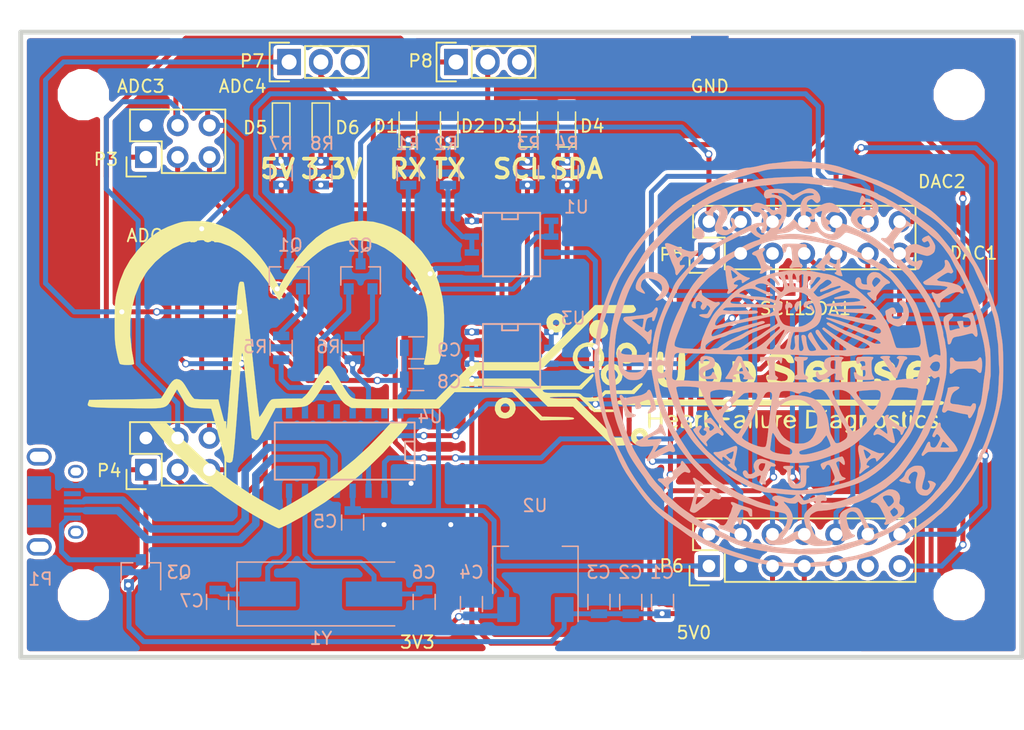
<source format=kicad_pcb>
(kicad_pcb (version 4) (host pcbnew 4.0.6-e0-6349~52~ubuntu17.04.1)
  (title_block (title "Backplane for UppSense") (date 2017-06-20) (rev 1.0) (company "Uppsala University"))
  (layers (0 F.Cu signal) (31 B.Cu signal) (34 B.Paste user) (35 F.Paste user) (36 B.SilkS user) (37 F.SilkS user) (38 B.Mask user) (39 F.Mask user) (44 Edge.Cuts user))
  (net 0 "")
  (net 1 GND)
  (net 2 ADC1)
  (net 3 ADC2)
  (net 4 DAC1)
  (net 5 ADC3)
  (net 6 DAC2)
  (net 7 GPIO1)
  (net 8 GPIO2)
  (net 9 I2C_SCL)
  (net 10 GPIO3)
  (net 11 I2C_SDA)
  (net 12 GPIO4)
  (net 13 UART_TX)
  (net 14 5V)
  (net 15 ADC4)
  (net 16 GPIO0)
  (net 17 UART_RX)
  (net 18 nRST)
  (net 19 3.3V)
  (net 20 "Net-(C6-Pad1)")
  (net 21 "Net-(C7-Pad1)")
  (net 22 LED_5V)
  (net 23 "Net-(D5-Pad2)")
  (net 24 "Net-(D6-Pad2)")
  (net 25 D-)
  (net 26 D+)
  (net 27 LED_3.3V)
  (net 28 "Net-(Q1-Pad1)")
  (net 29 RTS)
  (net 30 "Net-(Q2-Pad1)")
  (net 31 DTR)
  (net 32 "Net-(R1-Pad2)")
  (net 33 "Net-(R2-Pad2)")
  (net 34 "Net-(R3-Pad2)")
  (net 35 "Net-(R4-Pad2)")
  (net 36 "Net-(P1-Pad1)")
  (net 37 "Net-(D1-Pad1)")
  (net 38 "Net-(D2-Pad1)")
  (net 39 "Net-(D3-Pad1)")
  (net 40 "Net-(D4-Pad1)")
  (module myVias:Stitchging-Via-0.4-0.7 (layer F.Cu) (at 148.844 105.612)
    (fp_text reference REF** hide)
    (fp_text value Stitching-Via-0.5-0.7)
    (pad "" thru_hole circle (at 0 0) (size 0.7 0.7) (drill 0.4) (layers *.Cu) (net 1 GND))
  )
  (module myVias:Stitchging-Via-0.4-0.7 (layer F.Cu) (at 143.51 105.612)
    (fp_text reference REF** hide)
    (fp_text value Stitching-Via-0.5-0.7)
    (pad "" thru_hole circle (at 0 0) (size 0.7 0.7) (drill 0.4) (layers *.Cu) (net 1 GND))
  )
  (module EuroBoard_Outline:EuroBoard_viertel_Type-I_80mmX50mm_holes (layer F.Cu) (at 114.476 116.222)
    (fp_text reference REF** hide)
    (fp_text value EuroBoard_viertel_Type-I_80mmX50mm_holes)
    (fp_line (start 0 0) (end 0 -49.9999) (layer Edge.Cuts) (width 0.381))
    (fp_line (start 0 -49.9999) (end 79.99984 -49.9999) (layer Edge.Cuts) (width 0.381))
    (fp_line (start 79.99984 -49.9999) (end 79.99984 0) (layer Edge.Cuts) (width 0.381))
    (fp_line (start 79.99984 0) (end 0 0) (layer Edge.Cuts) (width 0.381))
    (pad "" np_thru_hole circle (at 5.00126 -5.00126) (size 3.50012 3.50012) (drill 3.50012) (layers *.Cu *.Mask))
    (pad "" np_thru_hole circle (at 5.00126 -45.00118) (size 3.50012 3.50012) (drill 3.50012) (layers *.Cu *.Mask))
    (pad "" np_thru_hole circle (at 75.00112 -45.00118) (size 3.50012 3.50012) (drill 3.50012) (layers *.Cu *.Mask))
    (pad "" np_thru_hole circle (at 75.00112 -5.00126) (size 3.50012 3.50012) (drill 3.50012) (layers *.Cu *.Mask))
  )
  (module myTestPoints:TP_SMD_quadr_1mm (layer F.Cu) (at 184.912 78.18)
    (fp_text reference DAC2 (at 3.175 0) (layer F.SilkS))
    (fp_text value TEST)
    (pad 1 smd rect (at 0 0) (size 1 1) (layers F.Cu F.Paste F.Mask) (net 6 DAC2))
  )
  (module myTestPoints:TP_SMD_quadr_3mm (layer F.Cu) (at 169.545 68.02)
    (fp_text reference GND1 hide)
    (fp_text value TEST)
    (pad 1 smd rect (at 0 0) (size 3 3) (layers F.Cu F.Paste F.Mask) (net 1 GND))
  )
  (module Pin_Headers:Pin_Header_Straight_2x03 (layer F.Cu) (at 124.476 76.222 90)
    (fp_text reference P3 (at -0.18 -3.191 180) (layer F.SilkS))
    (fp_text value CONN_02X03)
    (pad 1 thru_hole rect (at 0 0 90) (size 1.7272 1.7272) (drill 1.016) (layers *.Cu *.Mask) (net 14 5V))
    (pad 2 thru_hole oval (at 2.54 0 90) (size 1.7272 1.7272) (drill 1.016) (layers *.Cu *.Mask) (net 1 GND))
    (pad 3 thru_hole oval (at 0 2.54 90) (size 1.7272 1.7272) (drill 1.016) (layers *.Cu *.Mask) (net 2 ADC1))
    (pad 4 thru_hole oval (at 2.54 2.54 90) (size 1.7272 1.7272) (drill 1.016) (layers *.Cu *.Mask) (net 5 ADC3))
    (pad 5 thru_hole oval (at 0 5.08 90) (size 1.7272 1.7272) (drill 1.016) (layers *.Cu *.Mask) (net 3 ADC2))
    (pad 6 thru_hole oval (at 2.54 5.08 90) (size 1.7272 1.7272) (drill 1.016) (layers *.Cu *.Mask) (net 15 ADC4))
  )
  (module Pin_Headers:Pin_Header_Straight_2x03 (layer F.Cu) (at 124.476 101.222 90)
    (fp_text reference P4 (at -0.072 -2.937 180) (layer F.SilkS))
    (fp_text value CONN_02X03)
    (pad 1 thru_hole rect (at 0 0 90) (size 1.7272 1.7272) (drill 1.016) (layers *.Cu *.Mask) (net 14 5V))
    (pad 2 thru_hole oval (at 2.54 0 90) (size 1.7272 1.7272) (drill 1.016) (layers *.Cu *.Mask) (net 1 GND))
    (pad 3 thru_hole oval (at 0 2.54 90) (size 1.7272 1.7272) (drill 1.016) (layers *.Cu *.Mask) (net 2 ADC1))
    (pad 4 thru_hole oval (at 2.54 2.54 90) (size 1.7272 1.7272) (drill 1.016) (layers *.Cu *.Mask) (net 5 ADC3))
    (pad 5 thru_hole oval (at 0 5.08 90) (size 1.7272 1.7272) (drill 1.016) (layers *.Cu *.Mask) (net 3 ADC2))
    (pad 6 thru_hole oval (at 2.54 5.08 90) (size 1.7272 1.7272) (drill 1.016) (layers *.Cu *.Mask) (net 15 ADC4))
  )
  (module Pin_Headers:Pin_Header_Straight_2x07 (layer F.Cu) (at 169.476 83.922 90)
    (fp_text reference P5 (at -0.1 -2.979 180) (layer F.SilkS))
    (fp_text value CONN_02X07)
    (pad 1 thru_hole rect (at 0 0 90) (size 1.7272 1.7272) (drill 1.016) (layers *.Cu *.Mask) (net 19 3.3V))
    (pad 2 thru_hole oval (at 2.54 0 90) (size 1.7272 1.7272) (drill 1.016) (layers *.Cu *.Mask) (net 16 GPIO0))
    (pad 3 thru_hole oval (at 0 2.54 90) (size 1.7272 1.7272) (drill 1.016) (layers *.Cu *.Mask) (net 1 GND))
    (pad 4 thru_hole oval (at 2.54 2.54 90) (size 1.7272 1.7272) (drill 1.016) (layers *.Cu *.Mask) (net 7 GPIO1))
    (pad 5 thru_hole oval (at 0 5.08 90) (size 1.7272 1.7272) (drill 1.016) (layers *.Cu *.Mask) (net 9 I2C_SCL))
    (pad 6 thru_hole oval (at 2.54 5.08 90) (size 1.7272 1.7272) (drill 1.016) (layers *.Cu *.Mask) (net 8 GPIO2))
    (pad 7 thru_hole oval (at 0 7.62 90) (size 1.7272 1.7272) (drill 1.016) (layers *.Cu *.Mask) (net 11 I2C_SDA))
    (pad 8 thru_hole oval (at 2.54 7.62 90) (size 1.7272 1.7272) (drill 1.016) (layers *.Cu *.Mask) (net 10 GPIO3))
    (pad 9 thru_hole oval (at 0 10.16 90) (size 1.7272 1.7272) (drill 1.016) (layers *.Cu *.Mask) (net 13 UART_TX))
    (pad 10 thru_hole oval (at 2.54 10.16 90) (size 1.7272 1.7272) (drill 1.016) (layers *.Cu *.Mask) (net 12 GPIO4))
    (pad 11 thru_hole oval (at 0 12.7 90) (size 1.7272 1.7272) (drill 1.016) (layers *.Cu *.Mask) (net 17 UART_RX))
    (pad 12 thru_hole oval (at 2.54 12.7 90) (size 1.7272 1.7272) (drill 1.016) (layers *.Cu *.Mask) (net 18 nRST))
    (pad 13 thru_hole oval (at 0 15.24 90) (size 1.7272 1.7272) (drill 1.016) (layers *.Cu *.Mask) (net 4 DAC1))
    (pad 14 thru_hole oval (at 2.54 15.24 90) (size 1.7272 1.7272) (drill 1.016) (layers *.Cu *.Mask) (net 6 DAC2))
  )
  (module Pin_Headers:Pin_Header_Straight_2x07 (layer F.Cu) (at 169.476 108.922 90)
    (fp_text reference P6 (at 0.008 -2.979 180) (layer F.SilkS))
    (fp_text value CONN_02X07)
    (pad 1 thru_hole rect (at 0 0 90) (size 1.7272 1.7272) (drill 1.016) (layers *.Cu *.Mask) (net 19 3.3V))
    (pad 2 thru_hole oval (at 2.54 0 90) (size 1.7272 1.7272) (drill 1.016) (layers *.Cu *.Mask))
    (pad 3 thru_hole oval (at 0 2.54 90) (size 1.7272 1.7272) (drill 1.016) (layers *.Cu *.Mask) (net 1 GND))
    (pad 4 thru_hole oval (at 2.54 2.54 90) (size 1.7272 1.7272) (drill 1.016) (layers *.Cu *.Mask) (net 7 GPIO1))
    (pad 5 thru_hole oval (at 0 5.08 90) (size 1.7272 1.7272) (drill 1.016) (layers *.Cu *.Mask) (net 9 I2C_SCL))
    (pad 6 thru_hole oval (at 2.54 5.08 90) (size 1.7272 1.7272) (drill 1.016) (layers *.Cu *.Mask) (net 8 GPIO2))
    (pad 7 thru_hole oval (at 0 7.62 90) (size 1.7272 1.7272) (drill 1.016) (layers *.Cu *.Mask) (net 11 I2C_SDA))
    (pad 8 thru_hole oval (at 2.54 7.62 90) (size 1.7272 1.7272) (drill 1.016) (layers *.Cu *.Mask) (net 10 GPIO3))
    (pad 9 thru_hole oval (at 0 10.16 90) (size 1.7272 1.7272) (drill 1.016) (layers *.Cu *.Mask))
    (pad 10 thru_hole oval (at 2.54 10.16 90) (size 1.7272 1.7272) (drill 1.016) (layers *.Cu *.Mask) (net 12 GPIO4))
    (pad 11 thru_hole oval (at 0 12.7 90) (size 1.7272 1.7272) (drill 1.016) (layers *.Cu *.Mask))
    (pad 12 thru_hole oval (at 2.54 12.7 90) (size 1.7272 1.7272) (drill 1.016) (layers *.Cu *.Mask))
    (pad 13 thru_hole oval (at 0 15.24 90) (size 1.7272 1.7272) (drill 1.016) (layers *.Cu *.Mask) (net 4 DAC1))
    (pad 14 thru_hole oval (at 2.54 15.24 90) (size 1.7272 1.7272) (drill 1.016) (layers *.Cu *.Mask) (net 6 DAC2))
  )
  (module SMD_Packages:SO-16-N (layer B.Cu) (at 140.366 99.727 180)
    (fp_text reference U4 (at -6.827 2.751 180) (layer B.SilkS) (effects (justify mirror)))
    (fp_text value CH340G)
    (pad 16 smd rect (at -4.445 3.175 180) (size 0.508 1.143) (layers B.Cu B.Paste B.Mask) (net 19 3.3V))
    (pad 14 smd rect (at -1.905 3.175 180) (size 0.508 1.143) (layers B.Cu B.Paste B.Mask) (net 29 RTS))
    (pad 13 smd rect (at -0.635 3.175 180) (size 0.508 1.143) (layers B.Cu B.Paste B.Mask) (net 31 DTR))
    (pad 12 smd rect (at 0.635 3.175 180) (size 0.508 1.143) (layers B.Cu B.Paste B.Mask))
    (pad 11 smd rect (at 1.905 3.175 180) (size 0.508 1.143) (layers B.Cu B.Paste B.Mask))
    (pad 10 smd rect (at 3.175 3.175 180) (size 0.508 1.143) (layers B.Cu B.Paste B.Mask))
    (pad 9 smd rect (at 4.445 3.175 180) (size 0.508 1.143) (layers B.Cu B.Paste B.Mask))
    (pad 8 smd rect (at 4.445 -3.175 180) (size 0.508 1.143) (layers B.Cu B.Paste B.Mask) (net 21 "Net-(C7-Pad1)"))
    (pad 7 smd rect (at 3.175 -3.175 180) (size 0.508 1.143) (layers B.Cu B.Paste B.Mask) (net 20 "Net-(C6-Pad1)"))
    (pad 6 smd rect (at 1.905 -3.175 180) (size 0.508 1.143) (layers B.Cu B.Paste B.Mask) (net 25 D-))
    (pad 5 smd rect (at 0.635 -3.175 180) (size 0.508 1.143) (layers B.Cu B.Paste B.Mask) (net 26 D+))
    (pad 4 smd rect (at -0.635 -3.175 180) (size 0.508 1.143) (layers B.Cu B.Paste B.Mask) (net 19 3.3V))
    (pad 3 smd rect (at -1.905 -3.175 180) (size 0.508 1.143) (layers B.Cu B.Paste B.Mask) (net 17 UART_RX))
    (pad 2 smd rect (at -3.175 -3.175 180) (size 0.508 1.143) (layers B.Cu B.Paste B.Mask) (net 13 UART_TX))
    (pad 1 smd rect (at -4.445 -3.175 180) (size 0.508 1.143) (layers B.Cu B.Paste B.Mask) (net 1 GND))
    (pad 15 smd rect (at -3.175 3.175 180) (size 0.508 1.143) (layers B.Cu B.Paste B.Mask))
  )
  (module Resistors_SMD:R_0805 (layer B.Cu) (at 165.766 111.792 90)
    (fp_text reference C1 (at 2.37 -0.031 180) (layer B.SilkS) (effects (justify mirror)))
    (fp_text value 10u)
    (pad 1 smd rect (at -0.95 0 90) (size 0.7 1.3) (layers B.Cu B.Paste B.Mask) (net 14 5V))
    (pad 2 smd rect (at 0.95 0 90) (size 0.7 1.3) (layers B.Cu B.Paste B.Mask) (net 1 GND))
  )
  (module Resistors_SMD:R_0805 (layer B.Cu) (at 163.226 111.792 90)
    (fp_text reference C2 (at 2.37 -0.031 180) (layer B.SilkS) (effects (justify mirror)))
    (fp_text value 1u)
    (pad 1 smd rect (at -0.95 0 90) (size 0.7 1.3) (layers B.Cu B.Paste B.Mask) (net 14 5V))
    (pad 2 smd rect (at 0.95 0 90) (size 0.7 1.3) (layers B.Cu B.Paste B.Mask) (net 1 GND))
  )
  (module Resistors_SMD:R_0805 (layer B.Cu) (at 160.686 111.792 90)
    (fp_text reference C3 (at 2.37 -0.031 180) (layer B.SilkS) (effects (justify mirror)))
    (fp_text value 100n)
    (pad 1 smd rect (at -0.95 0 90) (size 0.7 1.3) (layers B.Cu B.Paste B.Mask) (net 14 5V))
    (pad 2 smd rect (at 0.95 0 90) (size 0.7 1.3) (layers B.Cu B.Paste B.Mask) (net 1 GND))
  )
  (module Resistors_SMD:R_0805 (layer B.Cu) (at 150.495 111.962 90)
    (fp_text reference C4 (at 2.54 0 180) (layer B.SilkS) (effects (justify mirror)))
    (fp_text value 1u)
    (pad 1 smd rect (at -0.95 0 90) (size 0.7 1.3) (layers B.Cu B.Paste B.Mask) (net 19 3.3V))
    (pad 2 smd rect (at 0.95 0 90) (size 0.7 1.3) (layers B.Cu B.Paste B.Mask) (net 1 GND))
  )
  (module Resistors_SMD:R_0805 (layer B.Cu) (at 141.001 105.442 270)
    (fp_text reference C5 (at -0.084 2.19 360) (layer B.SilkS) (effects (justify mirror)))
    (fp_text value 100n)
    (pad 1 smd rect (at -0.95 0 270) (size 0.7 1.3) (layers B.Cu B.Paste B.Mask) (net 19 3.3V))
    (pad 2 smd rect (at 0.95 0 270) (size 0.7 1.3) (layers B.Cu B.Paste B.Mask) (net 1 GND))
  )
  (module Resistors_SMD:R_0805 (layer B.Cu) (at 146.716 111.792 270)
    (fp_text reference C6 (at -2.37 0.031 360) (layer B.SilkS) (effects (justify mirror)))
    (fp_text value 22p)
    (pad 1 smd rect (at -0.95 0 270) (size 0.7 1.3) (layers B.Cu B.Paste B.Mask) (net 20 "Net-(C6-Pad1)"))
    (pad 2 smd rect (at 0.95 0 270) (size 0.7 1.3) (layers B.Cu B.Paste B.Mask) (net 1 GND))
  )
  (module Resistors_SMD:R_0805 (layer B.Cu) (at 130.206 111.792 270)
    (fp_text reference C7 (at -0.084 2.063 360) (layer B.SilkS) (effects (justify mirror)))
    (fp_text value 22p)
    (pad 1 smd rect (at -0.95 0 270) (size 0.7 1.3) (layers B.Cu B.Paste B.Mask) (net 21 "Net-(C7-Pad1)"))
    (pad 2 smd rect (at 0.95 0 270) (size 0.7 1.3) (layers B.Cu B.Paste B.Mask) (net 1 GND))
  )
  (module Resistors_SMD:R_0805 (layer B.Cu) (at 146.081 94.012)
    (fp_text reference C8 (at 2.636 0.17) (layer B.SilkS) (effects (justify mirror)))
    (fp_text value 1u)
    (pad 1 smd rect (at -0.95 0) (size 0.7 1.3) (layers B.Cu B.Paste B.Mask) (net 19 3.3V))
    (pad 2 smd rect (at 0.95 0) (size 0.7 1.3) (layers B.Cu B.Paste B.Mask) (net 1 GND))
  )
  (module Resistors_SMD:R_0805 (layer B.Cu) (at 146.081 91.472)
    (fp_text reference C9 (at 2.636 0.17) (layer B.SilkS) (effects (justify mirror)))
    (fp_text value 100n)
    (pad 1 smd rect (at -0.95 0) (size 0.7 1.3) (layers B.Cu B.Paste B.Mask) (net 19 3.3V))
    (pad 2 smd rect (at 0.95 0) (size 0.7 1.3) (layers B.Cu B.Paste B.Mask) (net 1 GND))
  )
  (module LEDs:LED_0805 (layer F.Cu) (at 145.415 73.608 90)
    (fp_text reference D1 (at -0.127 -1.778 180) (layer F.SilkS))
    (fp_text value LED)
    (pad 2 smd rect (at 1.1 0 270) (size 1.2 1.2) (layers F.Cu F.Paste F.Mask) (net 22 LED_5V))
    (pad 1 smd rect (at -1.1 0 270) (size 1.2 1.2) (layers F.Cu F.Paste F.Mask) (net 37 "Net-(D1-Pad1)"))
  )
  (module LEDs:LED_0805 (layer F.Cu) (at 148.717 73.608 90)
    (fp_text reference D2 (at -0.127 1.905 180) (layer F.SilkS))
    (fp_text value LED)
    (pad 2 smd rect (at 1.1 0 270) (size 1.2 1.2) (layers F.Cu F.Paste F.Mask) (net 22 LED_5V))
    (pad 1 smd rect (at -1.1 0 270) (size 1.2 1.2) (layers F.Cu F.Paste F.Mask) (net 38 "Net-(D2-Pad1)"))
  )
  (module LEDs:LED_0805 (layer F.Cu) (at 155.067 73.608 90)
    (fp_text reference D3 (at -0.127 -1.905 180) (layer F.SilkS))
    (fp_text value LED)
    (pad 2 smd rect (at 1.1 0 270) (size 1.2 1.2) (layers F.Cu F.Paste F.Mask) (net 22 LED_5V))
    (pad 1 smd rect (at -1.1 0 270) (size 1.2 1.2) (layers F.Cu F.Paste F.Mask) (net 39 "Net-(D3-Pad1)"))
  )
  (module LEDs:LED_0805 (layer F.Cu) (at 158.115 73.608 90)
    (fp_text reference D4 (at -0.127 2.032 180) (layer F.SilkS))
    (fp_text value LED)
    (pad 2 smd rect (at 1.1 0 270) (size 1.2 1.2) (layers F.Cu F.Paste F.Mask) (net 22 LED_5V))
    (pad 1 smd rect (at -1.1 0 270) (size 1.2 1.2) (layers F.Cu F.Paste F.Mask) (net 40 "Net-(D4-Pad1)"))
  )
  (module LEDs:LED_0805 (layer F.Cu) (at 135.286 73.692 270)
    (fp_text reference D5 (at 0.17 2.063 360) (layer F.SilkS))
    (fp_text value LED)
    (pad 2 smd rect (at 1.1 0 90) (size 1.2 1.2) (layers F.Cu F.Paste F.Mask) (net 23 "Net-(D5-Pad2)"))
    (pad 1 smd rect (at -1.1 0 90) (size 1.2 1.2) (layers F.Cu F.Paste F.Mask) (net 1 GND))
  )
  (module LEDs:LED_0805 (layer F.Cu) (at 138.461 73.692 270)
    (fp_text reference D6 (at 0.17 -2.128 360) (layer F.SilkS))
    (fp_text value LED)
    (pad 2 smd rect (at 1.1 0 90) (size 1.2 1.2) (layers F.Cu F.Paste F.Mask) (net 24 "Net-(D6-Pad2)"))
    (pad 1 smd rect (at -1.1 0 90) (size 1.2 1.2) (layers F.Cu F.Paste F.Mask) (net 1 GND))
  )
  (module mySamtec:Samtec-PHT-1-3-01-L-S (layer F.Cu) (at 135.921 68.612 90)
    (fp_text reference P7 (at 0.084 -2.952 180) (layer F.SilkS))
    (fp_text value CONN_01X03)
    (pad 1 thru_hole rect (at 0 0 90) (size 2.1 1.9) (drill 1.2) (layers *.Cu *.Mask) (net 19 3.3V))
    (pad 2 thru_hole oval (at 0 2.54 90) (size 2.1 1.9) (drill 1.2) (layers *.Cu *.Mask) (net 27 LED_3.3V))
    (pad 3 thru_hole oval (at 0 5.08 90) (size 2.1 1.9) (drill 1.2) (layers *.Cu *.Mask))
  )
  (module mySamtec:Samtec-PHT-1-3-01-L-S (layer F.Cu) (at 149.256 68.612 90)
    (fp_text reference P8 (at 0.084 -2.825 180) (layer F.SilkS))
    (fp_text value CONN_01X03)
    (pad 1 thru_hole rect (at 0 0 90) (size 2.1 1.9) (drill 1.2) (layers *.Cu *.Mask) (net 14 5V))
    (pad 2 thru_hole oval (at 0 2.54 90) (size 2.1 1.9) (drill 1.2) (layers *.Cu *.Mask) (net 22 LED_5V))
    (pad 3 thru_hole oval (at 0 5.08 90) (size 2.1 1.9) (drill 1.2) (layers *.Cu *.Mask))
  )
  (module SOT-23 (layer B.Cu) (at 135.921 85.757 90)
    (fp_text reference Q1 (at 2.497 0.096 180) (layer B.SilkS) (effects (justify mirror)))
    (fp_text value MMBT3904)
    (pad 1 smd rect (at -1 0.95 90) (size 0.9 0.8) (layers B.Cu B.Paste B.Mask) (net 28 "Net-(Q1-Pad1)"))
    (pad 2 smd rect (at -1 -0.95 90) (size 0.9 0.8) (layers B.Cu B.Paste B.Mask) (net 29 RTS))
    (pad 3 smd rect (at 1 0 90) (size 0.9 0.8) (layers B.Cu B.Paste B.Mask) (net 18 nRST))
  )
  (module SOT-23 (layer B.Cu) (at 141.636 85.757 90)
    (fp_text reference Q2 (at 2.497 -0.031 180) (layer B.SilkS) (effects (justify mirror)))
    (fp_text value MMBT3904)
    (pad 1 smd rect (at -1 0.95 90) (size 0.9 0.8) (layers B.Cu B.Paste B.Mask) (net 30 "Net-(Q2-Pad1)"))
    (pad 2 smd rect (at -1 -0.95 90) (size 0.9 0.8) (layers B.Cu B.Paste B.Mask) (net 31 DTR))
    (pad 3 smd rect (at 1 0 90) (size 0.9 0.8) (layers B.Cu B.Paste B.Mask) (net 16 GPIO0))
  )
  (module Resistors_SMD:R_0805 (layer B.Cu) (at 145.446 77.502 270)
    (fp_text reference R1 (at -2.37 0.031 360) (layer B.SilkS) (effects (justify mirror)))
    (fp_text value 1k)
    (pad 1 smd rect (at -0.95 0 270) (size 0.7 1.3) (layers B.Cu B.Paste B.Mask) (net 37 "Net-(D1-Pad1)"))
    (pad 2 smd rect (at 0.95 0 270) (size 0.7 1.3) (layers B.Cu B.Paste B.Mask) (net 32 "Net-(R1-Pad2)"))
  )
  (module Resistors_SMD:R_0805 (layer B.Cu) (at 148.621 77.502 270)
    (fp_text reference R2 (at -2.37 0.158 360) (layer B.SilkS) (effects (justify mirror)))
    (fp_text value 1k)
    (pad 1 smd rect (at -0.95 0 270) (size 0.7 1.3) (layers B.Cu B.Paste B.Mask) (net 38 "Net-(D2-Pad1)"))
    (pad 2 smd rect (at 0.95 0 270) (size 0.7 1.3) (layers B.Cu B.Paste B.Mask) (net 33 "Net-(R2-Pad2)"))
  )
  (module Resistors_SMD:R_0805 (layer B.Cu) (at 154.971 77.502 270)
    (fp_text reference R3 (at -2.37 -0.096 360) (layer B.SilkS) (effects (justify mirror)))
    (fp_text value 1k)
    (pad 1 smd rect (at -0.95 0 270) (size 0.7 1.3) (layers B.Cu B.Paste B.Mask) (net 39 "Net-(D3-Pad1)"))
    (pad 2 smd rect (at 0.95 0 270) (size 0.7 1.3) (layers B.Cu B.Paste B.Mask) (net 34 "Net-(R3-Pad2)"))
  )
  (module Resistors_SMD:R_0805 (layer B.Cu) (at 158.146 77.502 270)
    (fp_text reference R4 (at -2.37 0.031 360) (layer B.SilkS) (effects (justify mirror)))
    (fp_text value 1k)
    (pad 1 smd rect (at -0.95 0 270) (size 0.7 1.3) (layers B.Cu B.Paste B.Mask) (net 40 "Net-(D4-Pad1)"))
    (pad 2 smd rect (at 0.95 0 270) (size 0.7 1.3) (layers B.Cu B.Paste B.Mask) (net 35 "Net-(R4-Pad2)"))
  )
  (module Resistors_SMD:R_0805 (layer B.Cu) (at 135.286 91.472 270)
    (fp_text reference R5 (at -0.084 2.063 360) (layer B.SilkS) (effects (justify mirror)))
    (fp_text value 10k)
    (pad 1 smd rect (at -0.95 0 270) (size 0.7 1.3) (layers B.Cu B.Paste B.Mask) (net 28 "Net-(Q1-Pad1)"))
    (pad 2 smd rect (at 0.95 0 270) (size 0.7 1.3) (layers B.Cu B.Paste B.Mask) (net 31 DTR))
  )
  (module Resistors_SMD:R_0805 (layer B.Cu) (at 141.001 91.472 270)
    (fp_text reference R6 (at -0.084 1.936 360) (layer B.SilkS) (effects (justify mirror)))
    (fp_text value 10k)
    (pad 1 smd rect (at -0.95 0 270) (size 0.7 1.3) (layers B.Cu B.Paste B.Mask) (net 30 "Net-(Q2-Pad1)"))
    (pad 2 smd rect (at 0.95 0 270) (size 0.7 1.3) (layers B.Cu B.Paste B.Mask) (net 29 RTS))
  )
  (module Resistors_SMD:R_0805 (layer B.Cu) (at 135.286 77.502 270)
    (fp_text reference R7 (at -2.37 0.031 360) (layer B.SilkS) (effects (justify mirror)))
    (fp_text value 1k)
    (pad 1 smd rect (at -0.95 0 270) (size 0.7 1.3) (layers B.Cu B.Paste B.Mask) (net 23 "Net-(D5-Pad2)"))
    (pad 2 smd rect (at 0.95 0 270) (size 0.7 1.3) (layers B.Cu B.Paste B.Mask) (net 22 LED_5V))
  )
  (module Resistors_SMD:R_0805 (layer B.Cu) (at 138.461 77.502 270)
    (fp_text reference R8 (at -2.37 -0.096 360) (layer B.SilkS) (effects (justify mirror)))
    (fp_text value 1k)
    (pad 1 smd rect (at -0.95 0 270) (size 0.7 1.3) (layers B.Cu B.Paste B.Mask) (net 24 "Net-(D6-Pad2)"))
    (pad 2 smd rect (at 0.95 0 270) (size 0.7 1.3) (layers B.Cu B.Paste B.Mask) (net 27 LED_3.3V))
  )
  (module SMD_Packages:SOIC-8-N (layer B.Cu) (at 153.701 83.217 270)
    (fp_text reference U1 (at -3.005 -5.176 360) (layer B.SilkS) (effects (justify mirror)))
    (fp_text value LM358)
    (pad 8 smd rect (at -1.905 3.175 270) (size 0.508 1.143) (layers B.Cu B.Paste B.Mask) (net 22 LED_5V))
    (pad 7 smd rect (at -0.635 3.175 270) (size 0.508 1.143) (layers B.Cu B.Paste B.Mask) (net 33 "Net-(R2-Pad2)"))
    (pad 6 smd rect (at 0.635 3.175 270) (size 0.508 1.143) (layers B.Cu B.Paste B.Mask) (net 33 "Net-(R2-Pad2)"))
    (pad 5 smd rect (at 1.905 3.175 270) (size 0.508 1.143) (layers B.Cu B.Paste B.Mask) (net 13 UART_TX))
    (pad 4 smd rect (at 1.905 -3.175 270) (size 0.508 1.143) (layers B.Cu B.Paste B.Mask) (net 1 GND))
    (pad 3 smd rect (at 0.635 -3.175 270) (size 0.508 1.143) (layers B.Cu B.Paste B.Mask) (net 17 UART_RX))
    (pad 2 smd rect (at -0.635 -3.175 270) (size 0.508 1.143) (layers B.Cu B.Paste B.Mask) (net 32 "Net-(R1-Pad2)"))
    (pad 1 smd rect (at -1.905 -3.175 270) (size 0.508 1.143) (layers B.Cu B.Paste B.Mask) (net 32 "Net-(R1-Pad2)"))
  )
  (module SOT-223 (layer B.Cu) (at 155.606 109.252 90)
    (fp_text reference U2 (at 5.164 -0.031 180) (layer B.SilkS) (effects (justify mirror)))
    (fp_text value TC1262-33VDB)
    (pad 4 smd rect (at 3.15 0 90) (size 2 3.8) (layers B.Cu B.Paste B.Mask) (net 1 GND))
    (pad 2 smd rect (at -3.15 0 90) (size 2 1.5) (layers B.Cu B.Paste B.Mask) (net 1 GND))
    (pad 3 smd rect (at -3.15 -2.3 90) (size 2 1.5) (layers B.Cu B.Paste B.Mask) (net 19 3.3V))
    (pad 1 smd rect (at -3.15 2.3 90) (size 2 1.5) (layers B.Cu B.Paste B.Mask) (net 14 5V))
  )
  (module SMD_Packages:SOIC-8-N (layer B.Cu) (at 153.701 92.107 270)
    (fp_text reference U3 (at -3.005 -4.922 360) (layer B.SilkS) (effects (justify mirror)))
    (fp_text value LM358)
    (pad 8 smd rect (at -1.905 3.175 270) (size 0.508 1.143) (layers B.Cu B.Paste B.Mask) (net 22 LED_5V))
    (pad 7 smd rect (at -0.635 3.175 270) (size 0.508 1.143) (layers B.Cu B.Paste B.Mask) (net 35 "Net-(R4-Pad2)"))
    (pad 6 smd rect (at 0.635 3.175 270) (size 0.508 1.143) (layers B.Cu B.Paste B.Mask) (net 35 "Net-(R4-Pad2)"))
    (pad 5 smd rect (at 1.905 3.175 270) (size 0.508 1.143) (layers B.Cu B.Paste B.Mask) (net 11 I2C_SDA))
    (pad 4 smd rect (at 1.905 -3.175 270) (size 0.508 1.143) (layers B.Cu B.Paste B.Mask) (net 1 GND))
    (pad 3 smd rect (at 0.635 -3.175 270) (size 0.508 1.143) (layers B.Cu B.Paste B.Mask) (net 9 I2C_SCL))
    (pad 2 smd rect (at -0.635 -3.175 270) (size 0.508 1.143) (layers B.Cu B.Paste B.Mask) (net 34 "Net-(R3-Pad2)"))
    (pad 1 smd rect (at -1.905 -3.175 270) (size 0.508 1.143) (layers B.Cu B.Paste B.Mask) (net 34 "Net-(R3-Pad2)"))
  )
  (module Crystals:Crystal_SMD_HC49-SD (layer B.Cu) (at 138.461 111.157)
    (fp_text reference Y1 (at 0 3.55) (layer B.SilkS) (effects (justify mirror)))
    (fp_text value Crystal)
    (pad 1 smd rect (at -4.25 0) (size 4.5 2) (layers B.Cu B.Mask) (net 21 "Net-(C7-Pad1)"))
    (pad 2 smd rect (at 4.25 0) (size 4.5 2) (layers B.Cu B.Mask) (net 20 "Net-(C6-Pad1)"))
  )
  (module "myUSB:ZX62D-B-5P8(30)" (layer B.Cu) (at 115.951 107.39 90)
    (fp_text reference P1 (at -2.583 0.096 180) (layer B.SilkS) (effects (justify mirror)))
    (fp_text value USB_B)
    (pad 5 smd rect (at 4.9 2.65 90) (size 0.4 1.35) (layers B.Cu B.Paste B.Mask) (net 1 GND))
    (pad 4 smd rect (at 4.25 2.65 90) (size 0.4 1.35) (layers B.Cu B.Paste B.Mask))
    (pad 3 smd rect (at 3.6 2.65 90) (size 0.4 1.35) (layers B.Cu B.Paste B.Mask) (net 26 D+))
    (pad 2 smd rect (at 2.95 2.65 90) (size 0.4 1.35) (layers B.Cu B.Paste B.Mask) (net 25 D-))
    (pad "" thru_hole oval (at 6.025 2.925 90) (size 1.05 1.25) (drill oval 0.65 0.85) (layers *.Cu *.Mask))
    (pad "" thru_hole oval (at 1.175 2.925 90) (size 1.05 1.25) (drill oval 0.65 0.85) (layers *.Cu *.Mask))
    (pad "" thru_hole oval (at 7.2 0 90) (size 1.4 2) (drill oval 0.825 1.5) (layers *.Cu *.Mask))
    (pad 1 smd rect (at 2.3 2.65 90) (size 0.4 1.35) (layers B.Cu B.Paste B.Mask) (net 36 "Net-(P1-Pad1)"))
    (pad "" smd rect (at 4.75 0 90) (size 1.8 1.9) (layers B.Cu B.Paste B.Mask))
    (pad "" thru_hole oval (at 0 0 90) (size 1.4 2) (drill oval 0.825 1.5) (layers *.Cu *.Mask))
    (pad "" smd rect (at 2.45 0 90) (size 1.8 1.9) (layers B.Cu B.Paste B.Mask))
  )
  (module myTestPoints:TP_SMD_quadr_1mm (layer F.Cu) (at 125.222 80.72)
    (fp_text reference ADC1 (at -0.381 1.778) (layer F.SilkS))
    (fp_text value TEST)
    (pad 1 smd rect (at 0 0) (size 1 1) (layers F.Cu F.Paste F.Mask) (net 2 ADC1))
  )
  (module myTestPoints:TP_SMD_quadr_1mm (layer F.Cu) (at 128.143 80.72)
    (fp_text reference ADC2 (at 0.762 1.778) (layer F.SilkS))
    (fp_text value TEST)
    (pad 1 smd rect (at 0 0) (size 1 1) (layers F.Cu F.Paste F.Mask) (net 3 ADC2))
  )
  (module myTestPoints:TP_SMD_quadr_1mm (layer F.Cu) (at 126.873 70.56)
    (fp_text reference ADC3 (at -2.794 0) (layer F.SilkS))
    (fp_text value TEST)
    (pad 1 smd rect (at 0 0) (size 1 1) (layers F.Cu F.Paste F.Mask) (net 5 ADC3))
  )
  (module myTestPoints:TP_SMD_quadr_1mm (layer F.Cu) (at 129.413 70.56)
    (fp_text reference ADC4 (at 2.794 0) (layer F.SilkS))
    (fp_text value TEST)
    (pad 1 smd rect (at 0 0) (size 1 1) (layers F.Cu F.Paste F.Mask) (net 15 ADC4))
  )
  (module myTestPoints:TP_SMD_quadr_1mm (layer F.Cu) (at 187.833 84.022)
    (fp_text reference DAC1 (at 2.794 -0.127) (layer F.SilkS))
    (fp_text value TEST)
    (pad 1 smd rect (at 0 0) (size 1 1) (layers F.Cu F.Paste F.Mask) (net 4 DAC1))
  )
  (module myTestPoints:TP_SMD_quadr_1mm (layer F.Cu) (at 175.895 86.816)
    (fp_text reference SCL1 (at -0.508 1.524) (layer F.SilkS))
    (fp_text value TEST)
    (pad 1 smd rect (at 0 0) (size 1 1) (layers F.Cu F.Paste F.Mask) (net 9 I2C_SCL))
  )
  (module myTestPoints:TP_SMD_quadr_1mm (layer F.Cu) (at 178.181 86.816)
    (fp_text reference SDA1 (at 0.762 1.524) (layer F.SilkS))
    (fp_text value TEST)
    (pad 1 smd rect (at 0 0) (size 1 1) (layers F.Cu F.Paste F.Mask) (net 11 I2C_SDA))
  )
  (module myTestPoints:TP_SMD_quadr_1mm (layer F.Cu) (at 168.275 112.724)
    (fp_text reference 5V0 (at 0 1.524) (layer F.SilkS))
    (fp_text value TEST)
    (pad 1 smd rect (at 0 0) (size 1 1) (layers F.Cu F.Paste F.Mask) (net 14 5V))
  )
  (module myTestPoints:TP_SMD_quadr_1mm (layer F.Cu) (at 148.209 113.74)
    (fp_text reference 3V3 (at -2.032 1.27) (layer F.SilkS))
    (fp_text value TEST)
    (pad 1 smd rect (at 0 0) (size 1 1) (layers F.Cu F.Paste F.Mask) (net 19 3.3V))
  )
  (module myTestPoints:TP_SMD_quadr_3mm (layer F.Cu) (at 169.545 68.02)
    (fp_text reference GND (at 0 2.54) (layer F.SilkS))
    (fp_text value TEST)
    (pad 1 smd rect (at 0 0) (size 3 3) (layers B.Cu F.Paste F.Mask) (net 1 GND))
  )
  (module TO_SOT_Packages_SMD:SOT-23 (layer B.Cu) (at 124.079 109.422 90)
    (fp_text reference Q3 (at 0 3.048 180) (layer B.SilkS) (effects (justify mirror)))
    (fp_text value Si2323)
    (pad 1 smd rect (at -1 0.95 90) (size 0.9 0.8) (layers B.Cu B.Paste B.Mask) (net 1 GND))
    (pad 2 smd rect (at -1 -0.95 90) (size 0.9 0.8) (layers B.Cu B.Paste B.Mask) (net 14 5V))
    (pad 3 smd rect (at 1 0 90) (size 0.9 0.8) (layers B.Cu B.Paste B.Mask) (net 36 "Net-(P1-Pad1)"))
  )
  (module myPics:uppsense_logo (layer F.Cu) (at 153.797 93.42)
    (fp_text reference G*** hide)
    (fp_text value LOGO hide)
  )
  (module myPics:uu_logo (layer B.Cu) (at 176.657 92.785 180)
    (fp_text reference G*** hide)
    (fp_text value LOGO hide)
  )
  (module myVias:Stitchging-Via-0.4-0.7 (layer F.Cu) (at 145.669 102.31)
    (fp_text reference REF** hide)
    (fp_text value Stitching-Via-0.5-0.7)
    (pad "" thru_hole circle (at 0 0) (size 0.7 0.7) (drill 0.4) (layers *.Cu) (net 1 GND))
  )
  (gr_text SDA (at 158.877 77.164) (layer F.SilkS) (effects (font (size 1.5 1.5) (thickness 0.3))))
  (gr_text SCL (at 154.305 77.164) (layer F.SilkS) (effects (font (size 1.5 1.5) (thickness 0.3))))
  (gr_text TX (at 148.717 77.164) (layer F.SilkS) (effects (font (size 1.5 1.5) (thickness 0.3))))
  (gr_text RX (at 145.415 77.164) (layer F.SilkS) (effects (font (size 1.5 1.5) (thickness 0.3))))
  (gr_text 3.3V (at 139.319 77.164) (layer F.SilkS) (effects (font (size 1.5 1.5) (thickness 0.3))))
  (gr_text 5V (at 135.001 77.164) (layer F.SilkS) (effects (font (size 1.5 1.5) (thickness 0.3))))
  (segment (start 148.621 78.391) (end 148.621 78.452) (width 0.4) (layer F.Cu) (net 0))
  (segment (start 118.601 102.49) (end 120.216 102.49) (width 0.4) (layer B.Cu) (net 1))
  (segment (start 120.216 102.49) (end 121.158 101.548) (width 0.4) (layer B.Cu) (net 1))
  (segment (start 125.222 80.72) (end 127.016 80.72) (width 0.4) (layer F.Cu) (net 2))
  (segment (start 127.016 80.72) (end 126.873 80.72) (width 0.4) (layer F.Cu) (net 2))
  (segment (start 126.873 80.72) (end 127.016 80.72) (width 0.4) (layer F.Cu) (net 2))
  (segment (start 127.016 76.222) (end 127.016 80.72) (width 0.4) (layer F.Cu) (net 2))
  (segment (start 127.016 80.72) (end 127.016 92.092) (width 0.4) (layer F.Cu) (net 2))
  (segment (start 127.016 101.998) (end 127.016 101.222) (width 0.4) (layer F.Cu) (net 2))
  (segment (start 128.174 103.156) (end 127.016 101.998) (width 0.4) (layer F.Cu) (net 2))
  (segment (start 132.492 103.156) (end 128.174 103.156) (width 0.4) (layer F.Cu) (net 2))
  (segment (start 134.016 101.632) (end 132.492 103.156) (width 0.4) (layer F.Cu) (net 2))
  (segment (start 134.016 94.647) (end 134.016 101.632) (width 0.4) (layer F.Cu) (net 2))
  (segment (start 132.111 92.742) (end 134.016 94.647) (width 0.4) (layer F.Cu) (net 2))
  (via (at 132.111 92.742) (size 0.6) (drill 0.4) (layers F.Cu B.Cu) (net 2))
  (segment (start 127.666 92.742) (end 132.111 92.742) (width 0.4) (layer B.Cu) (net 2))
  (via (at 127.666 92.742) (size 0.6) (drill 0.4) (layers F.Cu B.Cu) (net 2))
  (segment (start 127.016 92.092) (end 127.666 92.742) (width 0.4) (layer F.Cu) (net 2))
  (segment (start 128.143 80.72) (end 128.905 80.72) (width 0.4) (layer F.Cu) (net 3))
  (segment (start 128.905 80.72) (end 129.8945 79.7305) (width 0.4) (layer F.Cu) (net 3))
  (segment (start 130.841 94.012) (end 130.841 80.677) (width 0.4) (layer F.Cu) (net 3))
  (segment (start 131.886 101.222) (end 132.746 100.362) (width 0.4) (layer F.Cu) (net 3))
  (segment (start 132.746 100.362) (end 132.746 95.917) (width 0.4) (layer F.Cu) (net 3))
  (segment (start 132.746 95.917) (end 130.841 94.012) (width 0.4) (layer F.Cu) (net 3))
  (segment (start 129.556 101.222) (end 131.886 101.222) (width 0.4) (layer F.Cu) (net 3))
  (segment (start 129.556 79.392) (end 129.556 76.222) (width 0.4) (layer F.Cu) (net 3))
  (segment (start 130.841 80.677) (end 129.8945 79.7305) (width 0.4) (layer F.Cu) (net 3))
  (segment (start 129.8945 79.7305) (end 129.556 79.392) (width 0.4) (layer F.Cu) (net 3))
  (segment (start 187.833 84.022) (end 184.816 84.022) (width 0.4) (layer F.Cu) (net 4))
  (segment (start 184.816 84.022) (end 184.716 83.922) (width 0.4) (layer F.Cu) (net 4))
  (segment (start 184.716 108.922) (end 188.067 108.922) (width 0.4) (layer B.Cu) (net 4))
  (segment (start 184.716 94.801) (end 184.716 83.922) (width 0.4) (layer F.Cu) (net 4))
  (segment (start 189.769 99.854) (end 184.716 94.801) (width 0.4) (layer F.Cu) (net 4))
  (segment (start 189.769 107.22) (end 189.769 99.854) (width 0.4) (layer F.Cu) (net 4))
  (via (at 189.769 107.22) (size 0.6) (drill 0.4) (layers F.Cu B.Cu) (net 4))
  (segment (start 188.067 108.922) (end 189.769 107.22) (width 0.4) (layer B.Cu) (net 4))
  (segment (start 126.873 70.56) (end 126.873 73.539) (width 0.4) (layer F.Cu) (net 5))
  (segment (start 126.873 73.539) (end 127.016 73.682) (width 0.4) (layer F.Cu) (net 5))
  (segment (start 127.016 98.682) (end 127.016 95.902) (width 0.4) (layer B.Cu) (net 5))
  (segment (start 127.016 72.407) (end 127.016 73.682) (width 0.4) (layer B.Cu) (net 5))
  (segment (start 126.396 71.787) (end 127.016 72.407) (width 0.4) (layer B.Cu) (net 5))
  (segment (start 122.586 71.787) (end 126.396 71.787) (width 0.4) (layer B.Cu) (net 5))
  (segment (start 121.316 73.057) (end 122.586 71.787) (width 0.4) (layer B.Cu) (net 5))
  (segment (start 121.316 78.772) (end 121.316 73.057) (width 0.4) (layer B.Cu) (net 5))
  (segment (start 123.856 81.312) (end 121.316 78.772) (width 0.4) (layer B.Cu) (net 5))
  (segment (start 123.856 92.742) (end 123.856 81.312) (width 0.4) (layer B.Cu) (net 5))
  (segment (start 127.016 95.902) (end 123.856 92.742) (width 0.4) (layer B.Cu) (net 5))
  (segment (start 184.912 78.18) (end 184.912 81.186) (width 0.4) (layer F.Cu) (net 6))
  (segment (start 184.912 81.186) (end 184.716 81.382) (width 0.4) (layer F.Cu) (net 6))
  (segment (start 184.716 81.382) (end 188.569 81.382) (width 0.4) (layer F.Cu) (net 6))
  (segment (start 189.337 106.382) (end 184.716 106.382) (width 0.4) (layer B.Cu) (net 6))
  (segment (start 191.547 104.172) (end 189.337 106.382) (width 0.4) (layer B.Cu) (net 6))
  (segment (start 191.547 100.108) (end 191.547 104.172) (width 0.4) (layer B.Cu) (net 6))
  (via (at 191.547 100.108) (size 0.6) (drill 0.4) (layers F.Cu B.Cu) (net 6))
  (segment (start 191.547 84.36) (end 191.547 100.108) (width 0.4) (layer F.Cu) (net 6))
  (segment (start 188.569 81.382) (end 191.547 84.36) (width 0.4) (layer F.Cu) (net 6))
  (segment (start 172.016 106.382) (end 172.016 103.003) (width 0.4) (layer B.Cu) (net 7))
  (segment (start 163.099 97.23) (end 163.099 76.359) (width 0.4) (layer F.Cu) (net 7))
  (segment (start 163.099 97.314) (end 163.099 97.23) (width 0.4) (layer F.Cu) (net 7))
  (segment (start 163.099 76.359) (end 164.242 75.216) (width 0.4) (layer F.Cu) (net 7))
  (segment (start 164.242 75.216) (end 170.973 75.216) (width 0.4) (layer F.Cu) (net 7))
  (segment (start 170.973 75.216) (end 172.016 76.259) (width 0.4) (layer F.Cu) (net 7))
  (segment (start 172.016 76.259) (end 172.016 81.382) (width 0.4) (layer F.Cu) (net 7))
  (segment (start 163.099 98.658) (end 163.099 97.314) (width 0.4) (layer F.Cu) (net 7))
  (segment (start 164.973 100.532) (end 163.099 98.658) (width 0.4) (layer F.Cu) (net 7))
  (via (at 164.973 100.532) (size 0.6) (drill 0.4) (layers F.Cu B.Cu) (net 7))
  (segment (start 169.545 100.532) (end 164.973 100.532) (width 0.4) (layer B.Cu) (net 7))
  (segment (start 172.016 103.003) (end 169.545 100.532) (width 0.4) (layer B.Cu) (net 7))
  (segment (start 174.556 81.382) (end 174.556 79.307) (width 0.4) (layer B.Cu) (net 8))
  (segment (start 174.556 103.564) (end 173.132 102.14) (width 0.4) (layer B.Cu) (net 8))
  (segment (start 173.132 102.14) (end 173.132 88.297) (width 0.4) (layer B.Cu) (net 8))
  (segment (start 173.132 88.297) (end 172.116 87.281) (width 0.4) (layer B.Cu) (net 8))
  (segment (start 172.116 87.281) (end 168.814 87.281) (width 0.4) (layer B.Cu) (net 8))
  (segment (start 174.556 103.564) (end 174.556 106.382) (width 0.4) (layer B.Cu) (net 8))
  (segment (start 166.274 87.281) (end 168.814 87.281) (width 0.4) (layer B.Cu) (net 8))
  (segment (start 164.877 85.884) (end 166.274 87.281) (width 0.4) (layer B.Cu) (net 8))
  (segment (start 164.877 79.026) (end 164.877 85.884) (width 0.4) (layer B.Cu) (net 8))
  (segment (start 166.147 77.756) (end 164.877 79.026) (width 0.4) (layer B.Cu) (net 8))
  (segment (start 173.005 77.756) (end 166.147 77.756) (width 0.4) (layer B.Cu) (net 8))
  (segment (start 174.556 79.307) (end 173.005 77.756) (width 0.4) (layer B.Cu) (net 8))
  (segment (start 175.895 86.816) (end 173.609 86.816) (width 0.4) (layer F.Cu) (net 9))
  (segment (start 173.513 102.902) (end 173.525 102.902) (width 0.4) (layer F.Cu) (net 9))
  (segment (start 173.513 102.902) (end 166.528 102.902) (width 0.4) (layer F.Cu) (net 9))
  (segment (start 166.528 102.902) (end 164.75 104.68) (width 0.4) (layer F.Cu) (net 9))
  (segment (start 164.75 104.68) (end 164.75 113.189) (width 0.4) (layer F.Cu) (net 9))
  (segment (start 164.75 113.189) (end 165.639 114.078) (width 0.4) (layer F.Cu) (net 9))
  (segment (start 165.639 114.078) (end 173.894 114.078) (width 0.4) (layer F.Cu) (net 9))
  (segment (start 173.894 114.078) (end 174.556 113.416) (width 0.4) (layer F.Cu) (net 9))
  (segment (start 174.556 108.922) (end 174.556 113.416) (width 0.4) (layer F.Cu) (net 9))
  (segment (start 174.556 101.733) (end 174.556 83.922) (width 0.4) (layer B.Cu) (net 9))
  (segment (start 174.625 101.802) (end 174.556 101.733) (width 0.4) (layer B.Cu) (net 9))
  (via (at 174.625 101.802) (size 0.6) (drill 0.4) (layers F.Cu B.Cu) (net 9))
  (segment (start 173.525 102.902) (end 174.625 101.802) (width 0.4) (layer F.Cu) (net 9))
  (segment (start 156.876 92.742) (end 167.683 92.742) (width 0.4) (layer B.Cu) (net 9))
  (segment (start 174.556 85.869) (end 174.556 83.922) (width 0.4) (layer F.Cu) (net 9))
  (segment (start 171.323 89.102) (end 173.609 86.816) (width 0.4) (layer F.Cu) (net 9))
  (segment (start 173.609 86.816) (end 174.556 85.869) (width 0.4) (layer F.Cu) (net 9))
  (via (at 171.323 89.102) (size 0.6) (drill 0.4) (layers F.Cu B.Cu) (net 9))
  (segment (start 167.683 92.742) (end 171.323 89.102) (width 0.4) (layer B.Cu) (net 9))
  (segment (start 189.769 86.15) (end 189.769 79.534) (width 0.4) (layer B.Cu) (net 10))
  (segment (start 186.086 73.946) (end 189.769 77.629) (width 0.4) (layer F.Cu) (net 10))
  (segment (start 189.769 77.629) (end 189.769 79.534) (width 0.4) (layer F.Cu) (net 10))
  (via (at 189.769 79.534) (size 0.6) (drill 0.4) (layers F.Cu B.Cu) (net 10))
  (segment (start 184.023 87.324) (end 183.515 87.324) (width 0.4) (layer B.Cu) (net 10))
  (segment (start 184.023 87.324) (end 188.595 87.324) (width 0.4) (layer B.Cu) (net 10))
  (segment (start 188.595 87.324) (end 189.769 86.15) (width 0.4) (layer B.Cu) (net 10))
  (segment (start 177.096 76.713) (end 179.863 73.946) (width 0.4) (layer F.Cu) (net 10))
  (segment (start 179.863 73.946) (end 186.086 73.946) (width 0.4) (layer F.Cu) (net 10))
  (segment (start 177.096 81.382) (end 177.096 76.713) (width 0.4) (layer F.Cu) (net 10))
  (segment (start 177.096 103.649) (end 177.096 106.382) (width 0.4) (layer B.Cu) (net 10))
  (segment (start 177.673 103.072) (end 177.096 103.649) (width 0.4) (layer B.Cu) (net 10))
  (segment (start 179.197 103.072) (end 177.673 103.072) (width 0.4) (layer B.Cu) (net 10))
  (segment (start 179.705 102.564) (end 179.197 103.072) (width 0.4) (layer B.Cu) (net 10))
  (segment (start 179.705 91.134) (end 179.705 102.564) (width 0.4) (layer B.Cu) (net 10))
  (segment (start 183.515 87.324) (end 179.705 91.134) (width 0.4) (layer B.Cu) (net 10))
  (segment (start 177.096 106.382) (end 177.096 105.681) (width 0.4) (layer B.Cu) (net 10))
  (segment (start 177.069 81.355) (end 177.096 81.382) (width 0.4) (layer B.Cu) (net 10))
  (segment (start 178.181 86.816) (end 178.181 85.007) (width 0.4) (layer F.Cu) (net 11))
  (segment (start 178.181 85.007) (end 177.096 83.922) (width 0.4) (layer F.Cu) (net 11))
  (segment (start 176.149 88.594) (end 176.149 101.802) (width 0.4) (layer B.Cu) (net 11))
  (segment (start 185.965 103.67) (end 178.017 103.67) (width 0.4) (layer F.Cu) (net 11))
  (segment (start 176.149 101.802) (end 178.017 103.67) (width 0.4) (layer F.Cu) (net 11))
  (segment (start 177.096 87.647) (end 176.149 88.594) (width 0.4) (layer B.Cu) (net 11))
  (segment (start 177.096 87.647) (end 177.096 83.922) (width 0.4) (layer B.Cu) (net 11))
  (via (at 176.149 101.802) (size 0.6) (drill 0.4) (layers F.Cu B.Cu) (net 11))
  (via (at 150.526 94.012) (size 0.6) (drill 0.4) (layers F.Cu B.Cu) (net 11))
  (segment (start 181.895 112.808) (end 181.895 114.205) (width 0.4) (layer F.Cu) (net 11))
  (segment (start 181.006 115.094) (end 181.895 114.205) (width 0.4) (layer F.Cu) (net 11))
  (segment (start 152.05 115.094) (end 181.006 115.094) (width 0.4) (layer F.Cu) (net 11))
  (segment (start 150.526 113.57) (end 152.05 115.094) (width 0.4) (layer F.Cu) (net 11))
  (segment (start 150.526 113.57) (end 150.526 94.012) (width 0.4) (layer F.Cu) (net 11))
  (segment (start 185.959 103.664) (end 185.965 103.67) (width 0.4) (layer F.Cu) (net 11))
  (segment (start 185.965 103.67) (end 187.229 104.934) (width 0.4) (layer F.Cu) (net 11))
  (segment (start 187.229 104.934) (end 187.229 110.522) (width 0.4) (layer F.Cu) (net 11))
  (segment (start 187.229 110.522) (end 184.943 112.808) (width 0.4) (layer F.Cu) (net 11))
  (segment (start 184.943 112.808) (end 181.895 112.808) (width 0.4) (layer F.Cu) (net 11))
  (segment (start 181.895 112.808) (end 178.593 112.808) (width 0.4) (layer F.Cu) (net 11))
  (segment (start 177.096 108.922) (end 177.096 111.311) (width 0.4) (layer F.Cu) (net 11))
  (segment (start 178.593 112.808) (end 177.096 111.311) (width 0.4) (layer F.Cu) (net 11))
  (segment (start 190.6845 89.1595) (end 183.9655 89.1595) (width 0.4) (layer B.Cu) (net 12))
  (segment (start 179.636 104.665) (end 179.636 106.382) (width 0.4) (layer B.Cu) (net 12))
  (segment (start 180.975 103.326) (end 179.636 104.665) (width 0.4) (layer B.Cu) (net 12))
  (segment (start 180.975 92.15) (end 180.975 103.326) (width 0.4) (layer B.Cu) (net 12))
  (segment (start 183.9655 89.1595) (end 180.975 92.15) (width 0.4) (layer B.Cu) (net 12))
  (segment (start 179.636 77.475) (end 179.636 81.382) (width 0.4) (layer F.Cu) (net 12))
  (segment (start 181.641 75.47) (end 179.636 77.475) (width 0.4) (layer F.Cu) (net 12))
  (via (at 181.641 75.47) (size 0.6) (drill 0.4) (layers F.Cu B.Cu) (net 12))
  (segment (start 190.785 75.47) (end 181.641 75.47) (width 0.4) (layer B.Cu) (net 12))
  (segment (start 192.055 76.74) (end 190.785 75.47) (width 0.4) (layer B.Cu) (net 12))
  (segment (start 192.055 87.789) (end 192.055 76.74) (width 0.4) (layer B.Cu) (net 12))
  (segment (start 190.658 89.186) (end 190.6845 89.1595) (width 0.4) (layer B.Cu) (net 12))
  (segment (start 190.6845 89.1595) (end 192.055 87.789) (width 0.4) (layer B.Cu) (net 12))
  (segment (start 150.526 85.122) (end 147.617 85.122) (width 0.4) (layer B.Cu) (net 13))
  (segment (start 145.669 100.278) (end 146.685 100.278) (width 0.4) (layer F.Cu) (net 13))
  (segment (start 144.399 99.008) (end 145.669 100.278) (width 0.4) (layer F.Cu) (net 13))
  (segment (start 144.399 88.34) (end 144.399 99.008) (width 0.4) (layer F.Cu) (net 13))
  (segment (start 147.193 85.546) (end 144.399 88.34) (width 0.4) (layer F.Cu) (net 13))
  (via (at 147.193 85.546) (size 0.6) (drill 0.4) (layers F.Cu B.Cu) (net 13))
  (segment (start 147.617 85.122) (end 147.193 85.546) (width 0.4) (layer B.Cu) (net 13))
  (segment (start 179.636 83.922) (end 179.636 87.139) (width 0.4) (layer F.Cu) (net 13))
  (segment (start 143.541 100.628) (end 143.541 102.902) (width 0.4) (layer B.Cu) (net 13))
  (segment (start 143.891 100.278) (end 143.541 100.628) (width 0.4) (layer B.Cu) (net 13))
  (segment (start 146.685 100.278) (end 143.891 100.278) (width 0.4) (layer B.Cu) (net 13))
  (via (at 146.685 100.278) (size 0.6) (drill 0.4) (layers F.Cu B.Cu) (net 13))
  (segment (start 149.225 100.278) (end 146.685 100.278) (width 0.4) (layer F.Cu) (net 13))
  (via (at 149.225 100.278) (size 0.6) (drill 0.4) (layers F.Cu B.Cu) (net 13))
  (segment (start 156.083 100.278) (end 149.225 100.278) (width 0.4) (layer B.Cu) (net 13))
  (segment (start 157.607 98.754) (end 156.083 100.278) (width 0.4) (layer B.Cu) (net 13))
  (segment (start 166.497 98.754) (end 157.607 98.754) (width 0.4) (layer B.Cu) (net 13))
  (segment (start 168.021 97.23) (end 166.497 98.754) (width 0.4) (layer B.Cu) (net 13))
  (via (at 168.021 97.23) (size 0.6) (drill 0.4) (layers F.Cu B.Cu) (net 13))
  (segment (start 168.021 94.436) (end 168.021 97.23) (width 0.4) (layer F.Cu) (net 13))
  (segment (start 169.291 93.166) (end 168.021 94.436) (width 0.4) (layer F.Cu) (net 13))
  (segment (start 173.609 93.166) (end 169.291 93.166) (width 0.4) (layer F.Cu) (net 13))
  (segment (start 179.636 87.139) (end 173.609 93.166) (width 0.4) (layer F.Cu) (net 13))
  (segment (start 124.476 101.222) (end 124.476 109.025) (width 0.4) (layer F.Cu) (net 14))
  (segment (start 123.063 110.438) (end 123.079 110.422) (width 0.4) (layer B.Cu) (net 14))
  (via (at 123.063 110.438) (size 0.6) (drill 0.4) (layers F.Cu B.Cu) (net 14))
  (segment (start 124.476 109.025) (end 123.063 110.438) (width 0.4) (layer F.Cu) (net 14))
  (segment (start 123.079 110.422) (end 123.129 110.422) (width 0.4) (layer B.Cu) (net 14))
  (segment (start 123.129 110.422) (end 123.129 113.806) (width 0.4) (layer B.Cu) (net 14))
  (segment (start 156.876 114.967) (end 157.906 113.937) (width 0.4) (layer B.Cu) (net 14))
  (segment (start 157.906 113.937) (end 157.906 112.402) (width 0.4) (layer B.Cu) (net 14))
  (segment (start 124.29 114.967) (end 156.876 114.967) (width 0.4) (layer B.Cu) (net 14))
  (segment (start 123.129 113.806) (end 124.29 114.967) (width 0.4) (layer B.Cu) (net 14))
  (segment (start 168.275 112.724) (end 165.735 112.724) (width 0.4) (layer F.Cu) (net 14))
  (segment (start 165.735 112.724) (end 165.753 112.742) (width 0.4) (layer B.Cu) (net 14))
  (via (at 165.735 112.724) (size 0.6) (drill 0.4) (layers F.Cu B.Cu) (net 14))
  (segment (start 165.753 112.742) (end 165.766 112.742) (width 0.4) (layer B.Cu) (net 14))
  (segment (start 163.226 112.742) (end 165.766 112.742) (width 0.4) (layer B.Cu) (net 14))
  (segment (start 160.686 112.742) (end 163.226 112.742) (width 0.4) (layer B.Cu) (net 14))
  (segment (start 160.686 112.742) (end 158.246 112.742) (width 0.4) (layer B.Cu) (net 14))
  (segment (start 158.246 112.742) (end 157.906 112.402) (width 0.4) (layer B.Cu) (net 14))
  (segment (start 149.256 68.612) (end 146.716 68.612) (width 0.4) (layer F.Cu) (net 14))
  (segment (start 121.316 73.057) (end 121.316 76.222) (width 0.4) (layer F.Cu) (net 14))
  (segment (start 127.666 66.707) (end 121.316 73.057) (width 0.4) (layer F.Cu) (net 14))
  (segment (start 144.811 66.707) (end 127.666 66.707) (width 0.4) (layer F.Cu) (net 14))
  (segment (start 146.716 68.612) (end 144.811 66.707) (width 0.4) (layer F.Cu) (net 14))
  (segment (start 124.476 76.222) (end 121.316 76.222) (width 0.4) (layer F.Cu) (net 14))
  (segment (start 121.316 76.222) (end 121.316 76.232) (width 0.4) (layer F.Cu) (net 14))
  (segment (start 121.316 76.232) (end 121.316 77.756) (width 0.4) (layer F.Cu) (net 14))
  (segment (start 122.176 101.222) (end 124.476 101.222) (width 0.4) (layer F.Cu) (net 14))
  (segment (start 121.316 100.362) (end 122.176 101.222) (width 0.4) (layer F.Cu) (net 14))
  (segment (start 121.316 76.867) (end 121.316 77.756) (width 0.4) (layer F.Cu) (net 14))
  (segment (start 121.316 77.756) (end 121.316 100.362) (width 0.4) (layer F.Cu) (net 14))
  (segment (start 129.413 70.56) (end 129.413 73.539) (width 0.4) (layer F.Cu) (net 15))
  (segment (start 129.413 73.539) (end 129.556 73.682) (width 0.4) (layer F.Cu) (net 15))
  (segment (start 129.556 98.682) (end 129.556 95.267) (width 0.4) (layer F.Cu) (net 15))
  (segment (start 130.831 73.682) (end 129.556 73.682) (width 0.4) (layer B.Cu) (net 15))
  (segment (start 132.111 74.962) (end 130.831 73.682) (width 0.4) (layer B.Cu) (net 15))
  (segment (start 132.111 78.772) (end 132.111 74.962) (width 0.4) (layer B.Cu) (net 15))
  (segment (start 128.936 81.947) (end 132.111 78.772) (width 0.4) (layer B.Cu) (net 15))
  (via (at 128.936 81.947) (size 0.6) (drill 0.4) (layers F.Cu B.Cu) (net 15))
  (segment (start 128.936 94.647) (end 128.936 81.947) (width 0.4) (layer F.Cu) (net 15))
  (segment (start 129.556 95.267) (end 128.936 94.647) (width 0.4) (layer F.Cu) (net 15))
  (segment (start 169.476 76.005) (end 169.476 81.382) (width 0.4) (layer F.Cu) (net 16))
  (segment (start 169.449 75.978) (end 169.476 76.005) (width 0.4) (layer F.Cu) (net 16))
  (via (at 169.449 75.978) (size 0.6) (drill 0.4) (layers F.Cu B.Cu) (net 16))
  (segment (start 167.29 73.819) (end 169.449 75.978) (width 0.4) (layer B.Cu) (net 16))
  (segment (start 142.906 73.819) (end 167.29 73.819) (width 0.4) (layer B.Cu) (net 16))
  (segment (start 141.636 75.089) (end 142.906 73.819) (width 0.4) (layer B.Cu) (net 16))
  (segment (start 141.636 84.757) (end 141.636 75.089) (width 0.4) (layer B.Cu) (net 16))
  (segment (start 156.876 83.852) (end 159.723 83.852) (width 0.4) (layer B.Cu) (net 17))
  (via (at 160.401 95.96) (size 0.6) (drill 0.4) (layers F.Cu B.Cu) (net 17))
  (segment (start 160.401 91.388) (end 160.401 95.96) (width 0.4) (layer F.Cu) (net 17))
  (via (at 160.401 91.388) (size 0.6) (drill 0.4) (layers F.Cu B.Cu) (net 17))
  (segment (start 160.401 84.53) (end 160.401 91.388) (width 0.4) (layer B.Cu) (net 17))
  (segment (start 159.723 83.852) (end 160.401 84.53) (width 0.4) (layer B.Cu) (net 17))
  (segment (start 142.271 102.902) (end 142.271 99.866) (width 0.4) (layer B.Cu) (net 17))
  (segment (start 182.176 86.631) (end 182.176 83.922) (width 0.4) (layer F.Cu) (net 17))
  (segment (start 178.181 90.626) (end 182.176 86.631) (width 0.4) (layer F.Cu) (net 17))
  (segment (start 178.181 94.944) (end 178.181 90.626) (width 0.4) (layer F.Cu) (net 17))
  (segment (start 177.165 95.96) (end 178.181 94.944) (width 0.4) (layer F.Cu) (net 17))
  (segment (start 171.069 95.96) (end 177.165 95.96) (width 0.4) (layer F.Cu) (net 17))
  (via (at 171.069 95.96) (size 0.6) (drill 0.4) (layers F.Cu B.Cu) (net 17))
  (segment (start 151.765 95.96) (end 160.401 95.96) (width 0.4) (layer B.Cu) (net 17))
  (segment (start 160.401 95.96) (end 171.069 95.96) (width 0.4) (layer B.Cu) (net 17))
  (segment (start 149.225 98.5) (end 151.765 95.96) (width 0.4) (layer B.Cu) (net 17))
  (via (at 149.225 98.5) (size 0.6) (drill 0.4) (layers F.Cu B.Cu) (net 17))
  (segment (start 146.685 98.5) (end 149.225 98.5) (width 0.4) (layer F.Cu) (net 17))
  (via (at 146.685 98.5) (size 0.6) (drill 0.4) (layers F.Cu B.Cu) (net 17))
  (segment (start 143.637 98.5) (end 146.685 98.5) (width 0.4) (layer B.Cu) (net 17))
  (segment (start 142.271 99.866) (end 143.637 98.5) (width 0.4) (layer B.Cu) (net 17))
  (segment (start 135.921 84.757) (end 135.921 81.947) (width 0.4) (layer B.Cu) (net 18))
  (segment (start 182.176 78.672) (end 182.176 81.382) (width 0.4) (layer B.Cu) (net 18))
  (segment (start 181.641 78.137) (end 182.176 78.672) (width 0.4) (layer B.Cu) (net 18))
  (segment (start 178.847 78.137) (end 181.641 78.137) (width 0.4) (layer B.Cu) (net 18))
  (segment (start 178.212 77.502) (end 178.847 78.137) (width 0.4) (layer B.Cu) (net 18))
  (segment (start 178.212 72.168) (end 178.212 77.502) (width 0.4) (layer B.Cu) (net 18))
  (segment (start 177.196 71.152) (end 178.212 72.168) (width 0.4) (layer B.Cu) (net 18))
  (segment (start 134.397 71.152) (end 177.196 71.152) (width 0.4) (layer B.Cu) (net 18))
  (segment (start 133.254 72.295) (end 134.397 71.152) (width 0.4) (layer B.Cu) (net 18))
  (segment (start 133.254 79.28) (end 133.254 72.295) (width 0.4) (layer B.Cu) (net 18))
  (segment (start 135.921 81.947) (end 133.254 79.28) (width 0.4) (layer B.Cu) (net 18))
  (segment (start 145.131 94.012) (end 145.131 95.0248) (width 0.4) (layer B.Cu) (net 19))
  (segment (start 144.811 95.3448) (end 144.811 96.552) (width 0.4) (layer B.Cu) (net 19))
  (segment (start 145.131 95.0248) (end 144.811 95.3448) (width 0.4) (layer B.Cu) (net 19))
  (via (at 142.9755 94.0815) (size 0.6) (drill 0.4) (layers F.Cu B.Cu) (net 19))
  (segment (start 117.899 68.612) (end 116.459 70.052) (width 0.4) (layer B.Cu) (net 19))
  (segment (start 116.459 70.052) (end 116.459 86.308) (width 0.4) (layer B.Cu) (net 19))
  (segment (start 116.459 86.308) (end 118.745 88.594) (width 0.4) (layer B.Cu) (net 19))
  (segment (start 118.745 88.594) (end 122.555 88.594) (width 0.4) (layer B.Cu) (net 19))
  (via (at 122.555 88.594) (size 0.6) (drill 0.4) (layers F.Cu B.Cu) (net 19))
  (segment (start 122.555 88.594) (end 125.349 88.594) (width 0.4) (layer F.Cu) (net 19))
  (via (at 125.349 88.594) (size 0.6) (drill 0.4) (layers F.Cu B.Cu) (net 19))
  (segment (start 125.349 88.594) (end 131.953 88.594) (width 0.4) (layer B.Cu) (net 19))
  (via (at 131.953 88.594) (size 0.6) (drill 0.4) (layers F.Cu B.Cu) (net 19))
  (segment (start 131.953 88.594) (end 137.4405 94.0815) (width 0.4) (layer F.Cu) (net 19))
  (segment (start 137.4405 94.0815) (end 142.9755 94.0815) (width 0.4) (layer F.Cu) (net 19))
  (segment (start 135.921 68.612) (end 117.899 68.612) (width 0.4) (layer B.Cu) (net 19))
  (segment (start 142.9766 94.0804) (end 145.0626 94.0804) (width 0.4) (layer B.Cu) (net 19))
  (segment (start 142.9755 94.0815) (end 142.9766 94.0804) (width 0.4) (layer B.Cu) (net 19))
  (segment (start 145.0626 94.0804) (end 145.131 94.012) (width 0.4) (layer B.Cu) (net 19))
  (segment (start 148.209 113.74) (end 148.717 113.74) (width 0.4) (layer F.Cu) (net 19))
  (segment (start 149.545 112.912) (end 150.495 112.912) (width 0.4) (layer B.Cu) (net 19))
  (segment (start 149.479 112.978) (end 149.545 112.912) (width 0.4) (layer B.Cu) (net 19))
  (via (at 149.479 112.978) (size 0.6) (drill 0.4) (layers F.Cu B.Cu) (net 19))
  (segment (start 148.717 113.74) (end 149.479 112.978) (width 0.4) (layer F.Cu) (net 19))
  (segment (start 150.495 112.912) (end 152.796 112.912) (width 0.4) (layer B.Cu) (net 19))
  (segment (start 152.796 112.912) (end 153.306 112.402) (width 0.4) (layer B.Cu) (net 19))
  (segment (start 150.337 112.894) (end 150.355 112.912) (width 0.4) (layer B.Cu) (net 19))
  (segment (start 150.355 112.912) (end 150.495 112.912) (width 0.4) (layer B.Cu) (net 19))
  (segment (start 150.355 112.912) (end 150.495 112.912) (width 0.4) (layer B.Cu) (net 19))
  (segment (start 166.401 107.442) (end 166.401 108.922) (width 0.4) (layer B.Cu) (net 19))
  (segment (start 166.37 108.839) (end 166.37 108.922) (width 0.4) (layer B.Cu) (net 19))
  (segment (start 166.37 108.891) (end 166.37 108.839) (width 0.4) (layer B.Cu) (net 19))
  (segment (start 166.401 108.922) (end 166.37 108.891) (width 0.4) (layer B.Cu) (net 19))
  (segment (start 169.476 108.922) (end 166.37 108.922) (width 0.4) (layer B.Cu) (net 19))
  (segment (start 166.37 108.922) (end 152.304 108.922) (width 0.4) (layer B.Cu) (net 19))
  (segment (start 152.304 108.922) (end 152.273 108.891) (width 0.4) (layer B.Cu) (net 19))
  (segment (start 152.273 108.891) (end 152.273 108.839) (width 0.4) (layer B.Cu) (net 19))
  (segment (start 152.273 108.839) (end 152.304 108.839) (width 0.4) (layer B.Cu) (net 19))
  (segment (start 150.592 104.492) (end 151.481 104.492) (width 0.4) (layer B.Cu) (net 19))
  (segment (start 151.481 104.492) (end 152.304 105.315) (width 0.4) (layer B.Cu) (net 19))
  (segment (start 152.304 105.315) (end 152.304 108.839) (width 0.4) (layer B.Cu) (net 19))
  (segment (start 147.859 104.492) (end 150.592 104.492) (width 0.4) (layer B.Cu) (net 19))
  (segment (start 153.306 110.889) (end 153.306 112.402) (width 0.4) (layer B.Cu) (net 19))
  (segment (start 152.304 108.839) (end 152.304 109.887) (width 0.4) (layer B.Cu) (net 19))
  (segment (start 152.304 109.887) (end 153.306 110.889) (width 0.4) (layer B.Cu) (net 19))
  (segment (start 147.859 104.492) (end 147.859 97.06) (width 0.4) (layer B.Cu) (net 19))
  (segment (start 147.859 97.06) (end 147.351 96.552) (width 0.4) (layer B.Cu) (net 19))
  (segment (start 147.351 96.552) (end 144.811 96.552) (width 0.4) (layer B.Cu) (net 19))
  (segment (start 147.859 104.492) (end 141.001 104.492) (width 0.4) (layer B.Cu) (net 19))
  (segment (start 169.476 83.922) (end 168.109 83.922) (width 0.4) (layer F.Cu) (net 19))
  (segment (start 167.849 108.922) (end 169.476 108.922) (width 0.4) (layer B.Cu) (net 19))
  (segment (start 166.401 101.632) (end 166.401 107.442) (width 0.4) (layer B.Cu) (net 19))
  (segment (start 166.401 107.442) (end 166.401 107.474) (width 0.4) (layer B.Cu) (net 19))
  (via (at 166.401 101.632) (size 0.6) (drill 0.4) (layers F.Cu B.Cu) (net 19))
  (segment (start 166.401 86.138) (end 166.401 101.632) (width 0.4) (layer F.Cu) (net 19))
  (segment (start 166.401 85.63) (end 166.401 86.138) (width 0.4) (layer F.Cu) (net 19))
  (segment (start 168.109 83.922) (end 166.401 85.63) (width 0.4) (layer F.Cu) (net 19))
  (segment (start 152.966 112.742) (end 153.306 112.402) (width 0.4) (layer B.Cu) (net 19))
  (segment (start 145.131 91.472) (end 145.131 94.012) (width 0.4) (layer B.Cu) (net 19))
  (segment (start 141.001 102.902) (end 141.001 104.492) (width 0.4) (layer B.Cu) (net 19))
  (segment (start 142.711 111.157) (end 146.401 111.157) (width 0.4) (layer B.Cu) (net 20))
  (segment (start 146.401 111.157) (end 146.716 110.842) (width 0.4) (layer B.Cu) (net 20))
  (segment (start 137.191 102.902) (end 137.191 107.982) (width 0.4) (layer B.Cu) (net 20))
  (segment (start 137.191 107.982) (end 137.826 108.617) (width 0.4) (layer B.Cu) (net 20))
  (segment (start 137.826 108.617) (end 141.636 108.617) (width 0.4) (layer B.Cu) (net 20))
  (segment (start 141.636 108.617) (end 142.711 109.692) (width 0.4) (layer B.Cu) (net 20))
  (segment (start 142.711 109.692) (end 142.711 111.157) (width 0.4) (layer B.Cu) (net 20))
  (segment (start 134.211 111.157) (end 130.521 111.157) (width 0.4) (layer B.Cu) (net 21))
  (segment (start 130.521 111.157) (end 130.206 110.842) (width 0.4) (layer B.Cu) (net 21))
  (segment (start 135.921 102.902) (end 135.921 107.982) (width 0.4) (layer B.Cu) (net 21))
  (segment (start 135.921 107.982) (end 135.286 108.617) (width 0.4) (layer B.Cu) (net 21))
  (segment (start 135.286 108.617) (end 134.651 108.617) (width 0.4) (layer B.Cu) (net 21))
  (segment (start 134.651 108.617) (end 134.211 109.057) (width 0.4) (layer B.Cu) (net 21))
  (segment (start 134.211 109.057) (end 134.211 111.157) (width 0.4) (layer B.Cu) (net 21))
  (via (at 135.286 78.452) (size 0.6) (drill 0.4) (layers F.Cu B.Cu) (net 22))
  (segment (start 141.636 80.042) (end 136.048 80.042) (width 0.4) (layer F.Cu) (net 22))
  (segment (start 135.286 79.28) (end 136.048 80.042) (width 0.4) (layer F.Cu) (net 22))
  (segment (start 135.286 79.28) (end 135.286 78.452) (width 0.4) (layer F.Cu) (net 22))
  (via (at 150.526 90.202) (size 0.6) (drill 0.4) (layers F.Cu B.Cu) (net 22))
  (segment (start 149.51 80.042) (end 150.526 81.058) (width 0.4) (layer F.Cu) (net 22))
  (segment (start 150.526 81.058) (end 150.526 81.312) (width 0.4) (layer F.Cu) (net 22))
  (via (at 150.526 81.312) (size 0.6) (drill 0.4) (layers F.Cu B.Cu) (net 22))
  (segment (start 142.652 80.042) (end 149.51 80.042) (width 0.4) (layer F.Cu) (net 22))
  (segment (start 152.304 81.312) (end 150.526 81.312) (width 0.4) (layer F.Cu) (net 22))
  (segment (start 152.939 81.947) (end 152.304 81.312) (width 0.4) (layer F.Cu) (net 22))
  (segment (start 152.939 89.694) (end 152.939 81.947) (width 0.4) (layer F.Cu) (net 22))
  (segment (start 152.431 90.202) (end 152.939 89.694) (width 0.4) (layer F.Cu) (net 22))
  (segment (start 152.431 90.202) (end 150.526 90.202) (width 0.4) (layer F.Cu) (net 22))
  (segment (start 141.636 80.042) (end 142.652 80.042) (width 0.4) (layer F.Cu) (net 22))
  (segment (start 142.652 78.772) (end 142.652 80.042) (width 0.4) (layer F.Cu) (net 22))
  (segment (start 142.652 79.28) (end 142.652 78.772) (width 0.4) (layer F.Cu) (net 22))
  (segment (start 142.652 78.772) (end 142.652 73.184) (width 0.4) (layer F.Cu) (net 22))
  (segment (start 141.636 80.042) (end 141.89 80.042) (width 0.4) (layer F.Cu) (net 22))
  (segment (start 151.796 68.612) (end 151.796 72.592) (width 0.4) (layer F.Cu) (net 22))
  (segment (start 151.796 72.592) (end 151.796 72.422) (width 0.4) (layer F.Cu) (net 22))
  (segment (start 151.796 72.422) (end 151.796 72.592) (width 0.4) (layer F.Cu) (net 22))
  (segment (start 142.652 73.184) (end 143.244 72.592) (width 0.4) (layer F.Cu) (net 22))
  (segment (start 148.621 72.592) (end 151.796 72.592) (width 0.4) (layer F.Cu) (net 22))
  (segment (start 143.244 72.592) (end 145.446 72.592) (width 0.4) (layer F.Cu) (net 22))
  (segment (start 145.446 72.592) (end 148.621 72.592) (width 0.4) (layer F.Cu) (net 22))
  (segment (start 151.796 72.592) (end 154.971 72.592) (width 0.4) (layer F.Cu) (net 22))
  (segment (start 154.971 72.592) (end 158.146 72.592) (width 0.4) (layer F.Cu) (net 22))
  (via (at 135.286 76.552) (size 0.6) (drill 0.4) (layers F.Cu B.Cu) (net 23))
  (segment (start 135.286 74.792) (end 135.286 76.486) (width 0.4) (layer F.Cu) (net 23))
  (segment (start 135.286 76.486) (end 135.286 76.552) (width 0.4) (layer F.Cu) (net 23))
  (via (at 138.461 76.552) (size 0.6) (drill 0.4) (layers F.Cu B.Cu) (net 24))
  (segment (start 138.461 74.792) (end 138.461 76.552) (width 0.4) (layer F.Cu) (net 24))
  (segment (start 118.601 104.44) (end 119.615 104.44) (width 0.4) (layer B.Cu) (net 25))
  (segment (start 122.24996 104.494) (end 119.669 104.494) (width 0.6) (layer B.Cu) (net 25))
  (segment (start 132.01304 106.805) (end 124.56096 106.805) (width 0.6) (layer B.Cu) (net 25))
  (segment (start 133.262 105.55604) (end 132.01304 106.805) (width 0.6) (layer B.Cu) (net 25))
  (segment (start 133.262 101.65604) (end 133.262 105.55604) (width 0.6) (layer B.Cu) (net 25))
  (segment (start 134.61304 100.305) (end 133.262 101.65604) (width 0.6) (layer B.Cu) (net 25))
  (segment (start 138.46096 100.305) (end 134.61304 100.305) (width 0.6) (layer B.Cu) (net 25))
  (segment (start 138.461 102.04475) (end 138.461 102.902) (width 0.6) (layer B.Cu) (net 25))
  (segment (start 138.671 101.83475) (end 138.671 100.51504) (width 0.6) (layer B.Cu) (net 25))
  (segment (start 138.671 100.51504) (end 138.46096 100.305) (width 0.6) (layer B.Cu) (net 25))
  (segment (start 124.56096 106.805) (end 122.24996 104.494) (width 0.6) (layer B.Cu) (net 25))
  (segment (start 138.461 102.04475) (end 138.671 101.83475) (width 0.6) (layer B.Cu) (net 25))
  (segment (start 119.615 104.44) (end 119.669 104.494) (width 0.4) (layer B.Cu) (net 25))
  (segment (start 118.601 103.79) (end 119.529 103.79) (width 0.4) (layer B.Cu) (net 26))
  (segment (start 131.66096 105.955) (end 124.91304 105.955) (width 0.6) (layer B.Cu) (net 26))
  (segment (start 132.412 101.30396) (end 132.412 105.20396) (width 0.6) (layer B.Cu) (net 26))
  (segment (start 138.81304 99.455) (end 134.26096 99.455) (width 0.6) (layer B.Cu) (net 26))
  (segment (start 139.521 100.16296) (end 138.81304 99.455) (width 0.6) (layer B.Cu) (net 26))
  (segment (start 134.26096 99.455) (end 132.412 101.30396) (width 0.6) (layer B.Cu) (net 26))
  (segment (start 139.521 101.83475) (end 139.521 100.16296) (width 0.6) (layer B.Cu) (net 26))
  (segment (start 122.61304 103.655) (end 119.664 103.655) (width 0.6) (layer B.Cu) (net 26))
  (segment (start 139.731 102.04475) (end 139.521 101.83475) (width 0.6) (layer B.Cu) (net 26))
  (segment (start 124.91304 105.955) (end 122.61304 103.655) (width 0.6) (layer B.Cu) (net 26))
  (segment (start 139.731 102.04475) (end 139.731 102.902) (width 0.6) (layer B.Cu) (net 26))
  (segment (start 132.412 105.20396) (end 131.66096 105.955) (width 0.6) (layer B.Cu) (net 26))
  (segment (start 119.529 103.79) (end 119.664 103.655) (width 0.4) (layer B.Cu) (net 26))
  (via (at 138.461 78.452) (size 0.6) (drill 0.4) (layers F.Cu B.Cu) (net 27))
  (segment (start 140.051 78.452) (end 140.62 77.883) (width 0.4) (layer F.Cu) (net 27))
  (segment (start 140.62 77.883) (end 140.62 71.914) (width 0.4) (layer F.Cu) (net 27))
  (segment (start 139.604 70.898) (end 140.62 71.914) (width 0.4) (layer F.Cu) (net 27))
  (segment (start 140.051 78.452) (end 138.461 78.452) (width 0.4) (layer F.Cu) (net 27))
  (segment (start 138.461 69.755) (end 138.461 68.612) (width 0.4) (layer F.Cu) (net 27))
  (segment (start 139.604 70.898) (end 138.461 69.755) (width 0.4) (layer F.Cu) (net 27))
  (segment (start 139.604 70.898) (end 139.604 70.898) (width 0.4) (layer F.Cu) (net 27))
  (segment (start 135.286 90.522) (end 135.286 90.202) (width 0.4) (layer B.Cu) (net 28))
  (segment (start 135.286 90.202) (end 136.871 88.617) (width 0.4) (layer B.Cu) (net 28))
  (segment (start 136.871 88.617) (end 136.871 86.757) (width 0.4) (layer B.Cu) (net 28))
  (via (at 134.971 86.757) (size 0.6) (drill 0.4) (layers F.Cu B.Cu) (net 29))
  (segment (start 141.001 92.422) (end 141.001 92.742) (width 0.4) (layer B.Cu) (net 29))
  (via (at 141.001 92.742) (size 0.6) (drill 0.4) (layers F.Cu B.Cu) (net 29))
  (segment (start 140.956 92.742) (end 141.001 92.742) (width 0.4) (layer F.Cu) (net 29))
  (segment (start 140.956 92.742) (end 134.971 86.757) (width 0.4) (layer F.Cu) (net 29))
  (segment (start 142.271 96.552) (end 142.271 94.647) (width 0.4) (layer B.Cu) (net 29))
  (segment (start 141.001 93.377) (end 141.001 92.422) (width 0.4) (layer B.Cu) (net 29))
  (segment (start 142.271 94.647) (end 141.001 93.377) (width 0.4) (layer B.Cu) (net 29))
  (segment (start 141.001 90.522) (end 141.316 90.522) (width 0.4) (layer B.Cu) (net 30))
  (segment (start 141.316 90.522) (end 142.586 89.252) (width 0.4) (layer B.Cu) (net 30))
  (segment (start 142.586 89.252) (end 142.586 86.757) (width 0.4) (layer B.Cu) (net 30))
  (segment (start 140.686 86.757) (end 140.686 88.612) (width 0.4) (layer B.Cu) (net 31))
  (segment (start 138.461 90.837) (end 138.461 94.647) (width 0.4) (layer B.Cu) (net 31))
  (segment (start 140.686 88.612) (end 138.461 90.837) (width 0.4) (layer B.Cu) (net 31))
  (segment (start 141.001 96.552) (end 141.001 95.282) (width 0.4) (layer B.Cu) (net 31))
  (segment (start 135.286 94.012) (end 135.286 92.422) (width 0.4) (layer B.Cu) (net 31))
  (segment (start 135.921 94.647) (end 135.286 94.012) (width 0.4) (layer B.Cu) (net 31))
  (segment (start 140.366 94.647) (end 138.461 94.647) (width 0.4) (layer B.Cu) (net 31))
  (segment (start 138.461 94.647) (end 135.921 94.647) (width 0.4) (layer B.Cu) (net 31))
  (segment (start 141.001 95.282) (end 140.366 94.647) (width 0.4) (layer B.Cu) (net 31))
  (segment (start 156.876 82.582) (end 155.733 82.582) (width 0.4) (layer B.Cu) (net 32))
  (segment (start 154.971 83.344) (end 155.733 82.582) (width 0.4) (layer B.Cu) (net 32))
  (segment (start 154.971 85.63) (end 154.971 83.344) (width 0.4) (layer B.Cu) (net 32))
  (segment (start 153.828 86.773) (end 154.971 85.63) (width 0.4) (layer B.Cu) (net 32))
  (segment (start 146.462 86.773) (end 153.828 86.773) (width 0.4) (layer B.Cu) (net 32))
  (segment (start 145.446 85.757) (end 146.462 86.773) (width 0.4) (layer B.Cu) (net 32))
  (segment (start 145.446 78.518) (end 145.446 85.757) (width 0.4) (layer B.Cu) (net 32))
  (segment (start 145.446 78.518) (end 145.446 78.518) (width 0.4) (layer B.Cu) (net 32))
  (segment (start 145.446 78.518) (end 145.446 78.452) (width 0.4) (layer B.Cu) (net 32))
  (segment (start 156.876 81.312) (end 156.876 82.582) (width 0.4) (layer B.Cu) (net 32))
  (segment (start 150.526 82.582) (end 149.764 82.582) (width 0.4) (layer B.Cu) (net 33))
  (segment (start 148.621 81.439) (end 148.621 78.391) (width 0.4) (layer B.Cu) (net 33))
  (segment (start 149.764 82.582) (end 148.621 81.439) (width 0.4) (layer B.Cu) (net 33))
  (segment (start 150.526 82.582) (end 150.526 83.852) (width 0.4) (layer B.Cu) (net 33))
  (via (at 154.971 78.452) (size 0.6) (drill 0.4) (layers F.Cu B.Cu) (net 34))
  (segment (start 156.876 90.202) (end 154.971 88.297) (width 0.4) (layer F.Cu) (net 34))
  (segment (start 154.971 88.297) (end 154.971 78.518) (width 0.4) (layer F.Cu) (net 34))
  (segment (start 156.876 91.472) (end 156.876 90.202) (width 0.4) (layer B.Cu) (net 34))
  (via (at 156.876 90.202) (size 0.6) (drill 0.4) (layers F.Cu B.Cu) (net 34))
  (segment (start 154.971 78.518) (end 154.971 78.452) (width 0.4) (layer F.Cu) (net 34))
  (via (at 158.146 78.452) (size 0.6) (drill 0.4) (layers F.Cu B.Cu) (net 35))
  (segment (start 158.146 90.71) (end 156.114 92.742) (width 0.4) (layer F.Cu) (net 35))
  (segment (start 156.114 92.742) (end 150.526 92.742) (width 0.4) (layer F.Cu) (net 35))
  (via (at 150.526 92.742) (size 0.6) (drill 0.4) (layers F.Cu B.Cu) (net 35))
  (segment (start 150.526 91.472) (end 150.526 92.742) (width 0.4) (layer B.Cu) (net 35))
  (segment (start 158.146 90.71) (end 158.146 78.452) (width 0.4) (layer F.Cu) (net 35))
  (segment (start 118.601 105.09) (end 118.251 105.09) (width 0.4) (layer B.Cu) (net 36))
  (segment (start 118.251 105.09) (end 117.729 105.612) (width 0.4) (layer B.Cu) (net 36))
  (segment (start 117.729 105.612) (end 117.729 107.771) (width 0.4) (layer B.Cu) (net 36))
  (segment (start 117.729 107.771) (end 118.38 108.422) (width 0.4) (layer B.Cu) (net 36))
  (segment (start 118.38 108.422) (end 124.079 108.422) (width 0.4) (layer B.Cu) (net 36))
  (segment (start 145.446 74.835) (end 145.446 74.792) (width 0.4) (layer F.Cu) (net 37))
  (via (at 145.446 74.835) (size 0.6) (drill 0.4) (layers F.Cu B.Cu) (net 37))
  (segment (start 145.446 76.552) (end 145.446 74.835) (width 0.4) (layer B.Cu) (net 37))
  (segment (start 148.621 74.835) (end 148.621 74.792) (width 0.4) (layer F.Cu) (net 38))
  (via (at 148.621 74.835) (size 0.6) (drill 0.4) (layers F.Cu B.Cu) (net 38))
  (segment (start 148.621 74.962) (end 148.621 74.792) (width 0.4) (layer F.Cu) (net 38))
  (segment (start 148.621 76.552) (end 148.621 74.835) (width 0.4) (layer B.Cu) (net 38))
  (segment (start 154.971 74.792) (end 154.971 76.552) (width 0.4) (layer F.Cu) (net 39))
  (via (at 154.971 76.552) (size 0.6) (drill 0.4) (layers F.Cu B.Cu) (net 39))
  (segment (start 158.146 74.792) (end 158.146 76.552) (width 0.4) (layer F.Cu) (net 40))
  (via (at 158.146 76.552) (size 0.6) (drill 0.4) (layers F.Cu B.Cu) (net 40))
  (zone (net 1) (net_name GND) (layer F.Cu) (connect_pads yes (clearance 0.3)) (min_thickness 0.5) (fill yes (arc_segments 16) (thermal_gap 0.2) (thermal_bridge_width 0.5))
    (polygon (pts (xy 114.476 66.222) (xy 114.476 116.222) (xy 194.476 116.222) (xy 194.476 66.222)))
  )
  (zone (net 1) (net_name GND) (layer B.Cu) (connect_pads yes (clearance 0.3)) (min_thickness 0.5) (fill yes (arc_segments 16) (thermal_gap 0.2) (thermal_bridge_width 0.5))
    (polygon (pts (xy 114.681 66.242) (xy 114.681 116.026) (xy 194.437 116.026) (xy 194.437 66.242)))
  )
)
</source>
